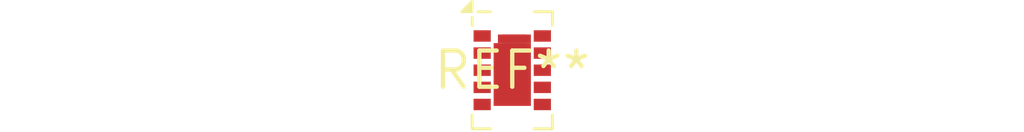
<source format=kicad_pcb>
(kicad_pcb (version 20240108) (generator pcbnew)
  (layers (0 "F.Cu" signal) (31 "B.Cu" signal) (34 "B.Paste" user) (35 "F.Paste" user) (36 "B.SilkS" user "B.Silkscreen") (37 "F.SilkS" user "F.Silkscreen") (38 "B.Mask" user) (39 "F.Mask" user) (44 "Edge.Cuts" user))
  (net 0 "")
  (footprint "AMS_LGA-10-1EP_2.7x4mm_P0.6mm" (layer "F.Cu") (at 0 0)
    (property "Reference" "REF**")
    (property "Value" "AMS_LGA-10-1EP_2.7x4mm_P0.6mm")
    (fp_line (start -1.4 -1.85) (end -1.4 -1.57) (layer "F.SilkS") (stroke (width 0.1)))
    (fp_line (start -1.4 1.57) (end -1.4 2.05) (layer "F.SilkS") (stroke (width 0.1)))
    (fp_line (start -1.4 2.05) (end -0.76 2.05) (layer "F.SilkS") (stroke (width 0.1)))
    (fp_line (start -1.2 -2.05) (end -0.76 -2.05) (layer "F.SilkS") (stroke (width 0.1)))
    (fp_line (start 0.76 -2.05) (end 1.4 -2.05) (layer "F.SilkS") (stroke (width 0.1)))
    (fp_line (start 0.76 2.05) (end 1.4 2.05) (layer "F.SilkS") (stroke (width 0.1)))
    (fp_line (start 1.4 -2.05) (end 1.4 -1.57) (layer "F.SilkS") (stroke (width 0.1)))
    (fp_line (start 1.4 1.57) (end 1.4 2.05) (layer "F.SilkS") (stroke (width 0.1)))
    (fp_poly (pts (xy -1.4 -2.05) (xy -1.76 -2.05) (xy -1.4 -2.41) (xy -1.4 -2.05)) (layer "F.SilkS") (stroke (width 0.1)) (fill solid))
    (pad "1" smd rect (at -1.05 -1.2) (size 0.6 0.4) (layers "F.Cu" "F.Paste" "F.Mask"))
    (pad "2" smd rect (at -1.05 -0.6) (size 0.6 0.4) (layers "F.Cu" "F.Paste" "F.Mask"))
    (pad "3" smd rect (at -1.05 0) (size 0.6 0.4) (layers "F.Cu" "F.Paste" "F.Mask"))
    (pad "4" smd rect (at -1.05 0.6) (size 0.6 0.4) (layers "F.Cu" "F.Paste" "F.Mask"))
    (pad "5" smd rect (at -1.05 1.2) (size 0.6 0.4) (layers "F.Cu" "F.Paste" "F.Mask"))
    (pad "6" smd rect (at 1.05 1.2) (size 0.6 0.4) (layers "F.Cu" "F.Paste" "F.Mask"))
    (pad "7" smd rect (at 1.05 0.6) (size 0.6 0.4) (layers "F.Cu" "F.Paste" "F.Mask"))
    (pad "8" smd rect (at 1.05 0) (size 0.6 0.4) (layers "F.Cu" "F.Paste" "F.Mask"))
    (pad "9" smd rect (at 1.05 -0.6) (size 0.6 0.4) (layers "F.Cu" "F.Paste" "F.Mask"))
    (pad "10" smd rect (at 1.05 -1.2) (size 0.6 0.4) (layers "F.Cu" "F.Paste" "F.Mask"))
    (pad "11" smd trapezoid (at 0 -1.1) (size 1 0.3) (layers "F.Cu" "F.Paste" "F.Mask"))
    (pad "11" smd rect (at 0 0.15) (size 1.3 2.2) (layers "F.Cu" "F.Paste" "F.Mask"))
    (pad "11" smd rect (at 0.15 -1.1) (size 1 0.3) (layers "F.Cu" "F.Paste" "F.Mask"))
  )
)
</source>
